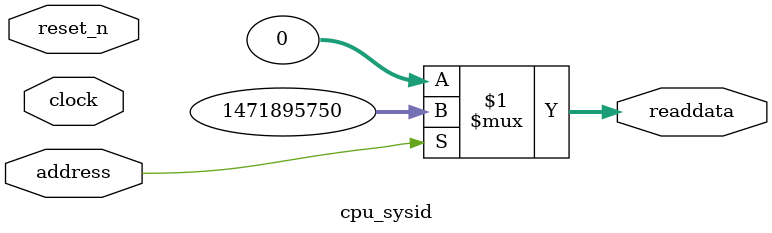
<source format=v>



// synthesis translate_off
`timescale 1ns / 1ps
// synthesis translate_on

// turn off superfluous verilog processor warnings 
// altera message_level Level1 
// altera message_off 10034 10035 10036 10037 10230 10240 10030 

module cpu_sysid (
               // inputs:
                address,
                clock,
                reset_n,

               // outputs:
                readdata
             )
;

  output  [ 31: 0] readdata;
  input            address;
  input            clock;
  input            reset_n;

  wire    [ 31: 0] readdata;
  //control_slave, which is an e_avalon_slave
  assign readdata = address ? 1471895750 : 0;

endmodule



</source>
